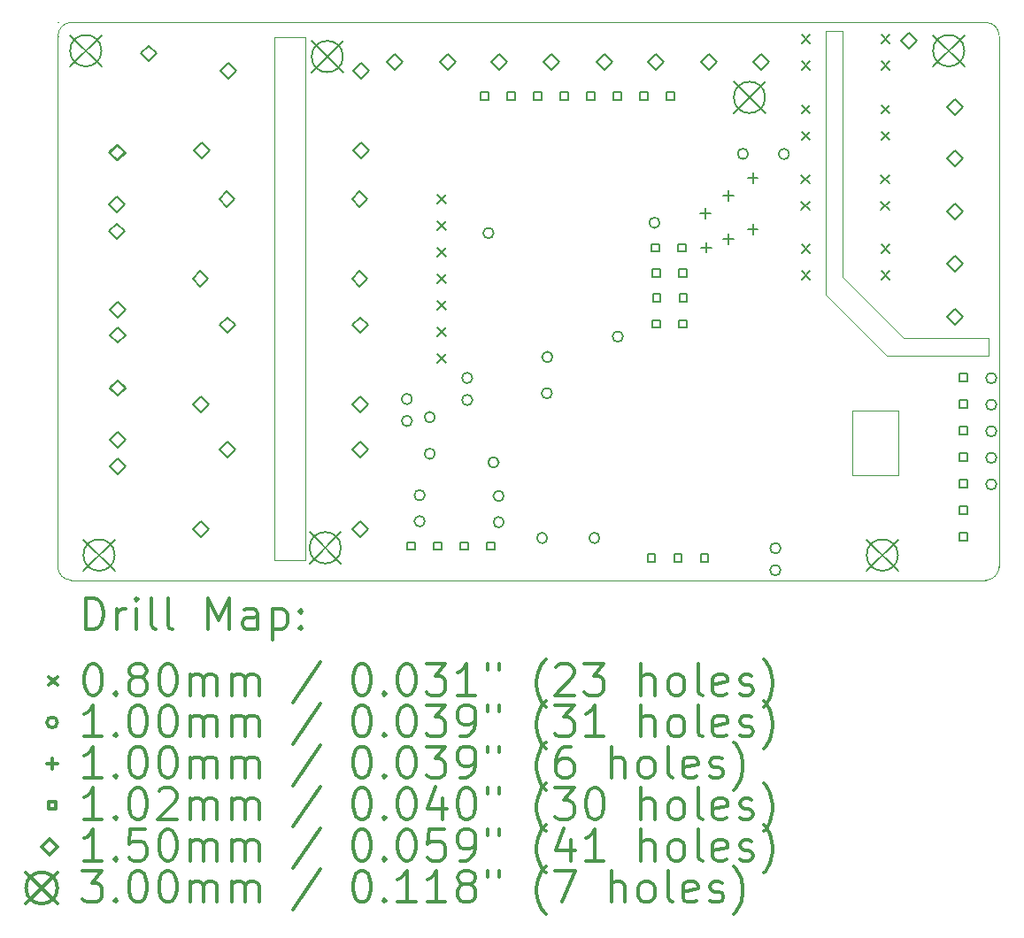
<source format=gbr>
%FSLAX45Y45*%
G04 Gerber Fmt 4.5, Leading zero omitted, Abs format (unit mm)*
G04 Created by KiCad (PCBNEW (after 2015-mar-04 BZR unknown)-product) date 4/3/2016 5:34:34 PM*
%MOMM*%
G01*
G04 APERTURE LIST*
%ADD10C,0.127000*%
%ADD11C,0.100000*%
%ADD12C,0.200000*%
%ADD13C,0.300000*%
G04 APERTURE END LIST*
D10*
D11*
X10322306Y-2887472D02*
X10323830Y-2887472D01*
X10322306Y-7961630D02*
X10322306Y-2887472D01*
X10449560Y-8089646D02*
X10449306Y-8089900D01*
X19197320Y-8089646D02*
X10449560Y-8089646D01*
X19325844Y-7962900D02*
X19328638Y-7962900D01*
X19325844Y-2882392D02*
X19325844Y-7962900D01*
X19199352Y-2752090D02*
X19199352Y-2754376D01*
X10454132Y-2752090D02*
X19199352Y-2752090D01*
X10322560Y-7962392D02*
G75*
G03X10449560Y-8089392I127000J0D01*
G01*
X19198336Y-8089900D02*
G75*
G03X19326860Y-7961376I0J128524D01*
G01*
X19326860Y-2880868D02*
G75*
G03X19198336Y-2753360I-128016J-508D01*
G01*
X10452100Y-2752344D02*
G75*
G03X10322560Y-2886964I2540J-132080D01*
G01*
X17922240Y-6464300D02*
X17922240Y-7086600D01*
X18361660Y-6464300D02*
X17922240Y-6464300D01*
X18361660Y-7086600D02*
X18361660Y-6464300D01*
X17924780Y-7086600D02*
X18361660Y-7086600D01*
X12394692Y-7895844D02*
X12396216Y-7895844D01*
X12394692Y-2897632D02*
X12394692Y-7895844D01*
X12693650Y-2897632D02*
X12394692Y-2897632D01*
X12693650Y-7895844D02*
X12693650Y-2897632D01*
X12394184Y-7895844D02*
X12693650Y-7895844D01*
X19223482Y-5936742D02*
X19223736Y-5936742D01*
X19223482Y-5943600D02*
X19223482Y-5936742D01*
X18253710Y-5943600D02*
X19223482Y-5943600D01*
X17666208Y-5356098D02*
X18253710Y-5943600D01*
X17666208Y-2832608D02*
X17666208Y-5356098D01*
X17827752Y-2832608D02*
X17666208Y-2832608D01*
X17827752Y-5192776D02*
X17827752Y-2832608D01*
X18412460Y-5777484D02*
X17827752Y-5192776D01*
X19223990Y-5777484D02*
X18412460Y-5777484D01*
X19223990Y-5933440D02*
X19223990Y-5777484D01*
X10325100Y-2753360D02*
X10322560Y-2753360D01*
D12*
X13952352Y-4403984D02*
X14032352Y-4483984D01*
X14032352Y-4403984D02*
X13952352Y-4483984D01*
X13952352Y-4657984D02*
X14032352Y-4737984D01*
X14032352Y-4657984D02*
X13952352Y-4737984D01*
X13952352Y-4911984D02*
X14032352Y-4991984D01*
X14032352Y-4911984D02*
X13952352Y-4991984D01*
X13952352Y-5165984D02*
X14032352Y-5245984D01*
X14032352Y-5165984D02*
X13952352Y-5245984D01*
X13952352Y-5419984D02*
X14032352Y-5499984D01*
X14032352Y-5419984D02*
X13952352Y-5499984D01*
X13952352Y-5673984D02*
X14032352Y-5753984D01*
X14032352Y-5673984D02*
X13952352Y-5753984D01*
X13952352Y-5927984D02*
X14032352Y-6007984D01*
X14032352Y-5927984D02*
X13952352Y-6007984D01*
X17434438Y-4215516D02*
X17514438Y-4295516D01*
X17514438Y-4215516D02*
X17434438Y-4295516D01*
X17434438Y-4469516D02*
X17514438Y-4549516D01*
X17514438Y-4469516D02*
X17434438Y-4549516D01*
X17436470Y-4879980D02*
X17516470Y-4959980D01*
X17516470Y-4879980D02*
X17436470Y-4959980D01*
X17436470Y-5133980D02*
X17516470Y-5213980D01*
X17516470Y-5133980D02*
X17436470Y-5213980D01*
X17440026Y-2871602D02*
X17520026Y-2951602D01*
X17520026Y-2871602D02*
X17440026Y-2951602D01*
X17440026Y-3125602D02*
X17520026Y-3205602D01*
X17520026Y-3125602D02*
X17440026Y-3205602D01*
X17440026Y-3544956D02*
X17520026Y-3624956D01*
X17520026Y-3544956D02*
X17440026Y-3624956D01*
X17440026Y-3798956D02*
X17520026Y-3878956D01*
X17520026Y-3798956D02*
X17440026Y-3878956D01*
X18196438Y-4215516D02*
X18276438Y-4295516D01*
X18276438Y-4215516D02*
X18196438Y-4295516D01*
X18196438Y-4469516D02*
X18276438Y-4549516D01*
X18276438Y-4469516D02*
X18196438Y-4549516D01*
X18198470Y-4879980D02*
X18278470Y-4959980D01*
X18278470Y-4879980D02*
X18198470Y-4959980D01*
X18198470Y-5133980D02*
X18278470Y-5213980D01*
X18278470Y-5133980D02*
X18198470Y-5213980D01*
X18202026Y-2871602D02*
X18282026Y-2951602D01*
X18282026Y-2871602D02*
X18202026Y-2951602D01*
X18202026Y-3125602D02*
X18282026Y-3205602D01*
X18282026Y-3125602D02*
X18202026Y-3205602D01*
X18202026Y-3544956D02*
X18282026Y-3624956D01*
X18282026Y-3544956D02*
X18202026Y-3624956D01*
X18202026Y-3798956D02*
X18282026Y-3878956D01*
X18282026Y-3798956D02*
X18202026Y-3878956D01*
X13711136Y-6356858D02*
G75*
G03X13711136Y-6356858I-50000J0D01*
G01*
X13711136Y-6566662D02*
G75*
G03X13711136Y-6566662I-50000J0D01*
G01*
X13833310Y-7277100D02*
G75*
G03X13833310Y-7277100I-50000J0D01*
G01*
X13833310Y-7527100D02*
G75*
G03X13833310Y-7527100I-50000J0D01*
G01*
X13930000Y-6530000D02*
G75*
G03X13930000Y-6530000I-50000J0D01*
G01*
X13930000Y-6880000D02*
G75*
G03X13930000Y-6880000I-50000J0D01*
G01*
X14288224Y-6155690D02*
G75*
G03X14288224Y-6155690I-50000J0D01*
G01*
X14288224Y-6365494D02*
G75*
G03X14288224Y-6365494I-50000J0D01*
G01*
X14491424Y-4768596D02*
G75*
G03X14491424Y-4768596I-50000J0D01*
G01*
X14538160Y-6963664D02*
G75*
G03X14538160Y-6963664I-50000J0D01*
G01*
X14540192Y-6963156D02*
G75*
G03X14540192Y-6963156I-50000J0D01*
G01*
X14588960Y-7284720D02*
G75*
G03X14588960Y-7284720I-50000J0D01*
G01*
X14588960Y-7534720D02*
G75*
G03X14588960Y-7534720I-50000J0D01*
G01*
X15005038Y-7686504D02*
G75*
G03X15005038Y-7686504I-50000J0D01*
G01*
X15049970Y-6301740D02*
G75*
G03X15049970Y-6301740I-50000J0D01*
G01*
X15050224Y-6301232D02*
G75*
G03X15050224Y-6301232I-50000J0D01*
G01*
X15054288Y-5955030D02*
G75*
G03X15054288Y-5955030I-50000J0D01*
G01*
X15055304Y-5954268D02*
G75*
G03X15055304Y-5954268I-50000J0D01*
G01*
X15505038Y-7686504D02*
G75*
G03X15505038Y-7686504I-50000J0D01*
G01*
X15728912Y-5759196D02*
G75*
G03X15728912Y-5759196I-50000J0D01*
G01*
X15728912Y-5759196D02*
G75*
G03X15728912Y-5759196I-50000J0D01*
G01*
X16080000Y-4670000D02*
G75*
G03X16080000Y-4670000I-50000J0D01*
G01*
X16925252Y-4010406D02*
G75*
G03X16925252Y-4010406I-50000J0D01*
G01*
X17236148Y-7784084D02*
G75*
G03X17236148Y-7784084I-50000J0D01*
G01*
X17236148Y-7993888D02*
G75*
G03X17236148Y-7993888I-50000J0D01*
G01*
X17318444Y-4012692D02*
G75*
G03X17318444Y-4012692I-50000J0D01*
G01*
X19301930Y-6156960D02*
G75*
G03X19301930Y-6156960I-50000J0D01*
G01*
X19301930Y-6410960D02*
G75*
G03X19301930Y-6410960I-50000J0D01*
G01*
X19301930Y-6664960D02*
G75*
G03X19301930Y-6664960I-50000J0D01*
G01*
X19301930Y-6918960D02*
G75*
G03X19301930Y-6918960I-50000J0D01*
G01*
X19301930Y-7172960D02*
G75*
G03X19301930Y-7172960I-50000J0D01*
G01*
X16520000Y-4527962D02*
X16520000Y-4628038D01*
X16469962Y-4578000D02*
X16570038Y-4578000D01*
X16522794Y-4856130D02*
X16522794Y-4956206D01*
X16472756Y-4906168D02*
X16572832Y-4906168D01*
X16739492Y-4777316D02*
X16739492Y-4877392D01*
X16689454Y-4827354D02*
X16789530Y-4827354D01*
X16740000Y-4357962D02*
X16740000Y-4458038D01*
X16689962Y-4408000D02*
X16790038Y-4408000D01*
X16970000Y-4187962D02*
X16970000Y-4288038D01*
X16919962Y-4238000D02*
X17020038Y-4238000D01*
X16970508Y-4683516D02*
X16970508Y-4783592D01*
X16920470Y-4733554D02*
X17020546Y-4733554D01*
X13735665Y-7800447D02*
X13735665Y-7728605D01*
X13663823Y-7728605D01*
X13663823Y-7800447D01*
X13735665Y-7800447D01*
X13989665Y-7800447D02*
X13989665Y-7728605D01*
X13917823Y-7728605D01*
X13917823Y-7800447D01*
X13989665Y-7800447D01*
X14243665Y-7800447D02*
X14243665Y-7728605D01*
X14171823Y-7728605D01*
X14171823Y-7800447D01*
X14243665Y-7800447D01*
X14440261Y-3492861D02*
X14440261Y-3421019D01*
X14368419Y-3421019D01*
X14368419Y-3492861D01*
X14440261Y-3492861D01*
X14497665Y-7800447D02*
X14497665Y-7728605D01*
X14425823Y-7728605D01*
X14425823Y-7800447D01*
X14497665Y-7800447D01*
X14694261Y-3492861D02*
X14694261Y-3421019D01*
X14622419Y-3421019D01*
X14622419Y-3492861D01*
X14694261Y-3492861D01*
X14948261Y-3492861D02*
X14948261Y-3421019D01*
X14876419Y-3421019D01*
X14876419Y-3492861D01*
X14948261Y-3492861D01*
X15202261Y-3492861D02*
X15202261Y-3421019D01*
X15130419Y-3421019D01*
X15130419Y-3492861D01*
X15202261Y-3492861D01*
X15456261Y-3492861D02*
X15456261Y-3421019D01*
X15384419Y-3421019D01*
X15384419Y-3492861D01*
X15456261Y-3492861D01*
X15710261Y-3492861D02*
X15710261Y-3421019D01*
X15638419Y-3421019D01*
X15638419Y-3492861D01*
X15710261Y-3492861D01*
X15964261Y-3492861D02*
X15964261Y-3421019D01*
X15892419Y-3421019D01*
X15892419Y-3492861D01*
X15964261Y-3492861D01*
X16037159Y-7912207D02*
X16037159Y-7840365D01*
X15965317Y-7840365D01*
X15965317Y-7912207D01*
X16037159Y-7912207D01*
X16075921Y-4945921D02*
X16075921Y-4874079D01*
X16004079Y-4874079D01*
X16004079Y-4945921D01*
X16075921Y-4945921D01*
X16081921Y-5185921D02*
X16081921Y-5114079D01*
X16010079Y-5114079D01*
X16010079Y-5185921D01*
X16081921Y-5185921D01*
X16081921Y-5675921D02*
X16081921Y-5604079D01*
X16010079Y-5604079D01*
X16010079Y-5675921D01*
X16081921Y-5675921D01*
X16085921Y-5425921D02*
X16085921Y-5354079D01*
X16014079Y-5354079D01*
X16014079Y-5425921D01*
X16085921Y-5425921D01*
X16218261Y-3492861D02*
X16218261Y-3421019D01*
X16146419Y-3421019D01*
X16146419Y-3492861D01*
X16218261Y-3492861D01*
X16291159Y-7912207D02*
X16291159Y-7840365D01*
X16219317Y-7840365D01*
X16219317Y-7912207D01*
X16291159Y-7912207D01*
X16329921Y-4945921D02*
X16329921Y-4874079D01*
X16258079Y-4874079D01*
X16258079Y-4945921D01*
X16329921Y-4945921D01*
X16335921Y-5185921D02*
X16335921Y-5114079D01*
X16264079Y-5114079D01*
X16264079Y-5185921D01*
X16335921Y-5185921D01*
X16335921Y-5675921D02*
X16335921Y-5604079D01*
X16264079Y-5604079D01*
X16264079Y-5675921D01*
X16335921Y-5675921D01*
X16339921Y-5425921D02*
X16339921Y-5354079D01*
X16268079Y-5354079D01*
X16268079Y-5425921D01*
X16339921Y-5425921D01*
X16545159Y-7912207D02*
X16545159Y-7840365D01*
X16473317Y-7840365D01*
X16473317Y-7912207D01*
X16545159Y-7912207D01*
X19020643Y-6186785D02*
X19020643Y-6114943D01*
X18948801Y-6114943D01*
X18948801Y-6186785D01*
X19020643Y-6186785D01*
X19020643Y-6440785D02*
X19020643Y-6368943D01*
X18948801Y-6368943D01*
X18948801Y-6440785D01*
X19020643Y-6440785D01*
X19020643Y-6694785D02*
X19020643Y-6622943D01*
X18948801Y-6622943D01*
X18948801Y-6694785D01*
X19020643Y-6694785D01*
X19020643Y-6948785D02*
X19020643Y-6876943D01*
X18948801Y-6876943D01*
X18948801Y-6948785D01*
X19020643Y-6948785D01*
X19020643Y-7202785D02*
X19020643Y-7130943D01*
X18948801Y-7130943D01*
X18948801Y-7202785D01*
X19020643Y-7202785D01*
X19020643Y-7456785D02*
X19020643Y-7384943D01*
X18948801Y-7384943D01*
X18948801Y-7456785D01*
X19020643Y-7456785D01*
X19020643Y-7710785D02*
X19020643Y-7638943D01*
X18948801Y-7638943D01*
X18948801Y-7710785D01*
X19020643Y-7710785D01*
X10886000Y-4073700D02*
X10961000Y-3998700D01*
X10886000Y-3923700D01*
X10811000Y-3998700D01*
X10886000Y-4073700D01*
X10886000Y-4569000D02*
X10961000Y-4494000D01*
X10886000Y-4419000D01*
X10811000Y-4494000D01*
X10886000Y-4569000D01*
X10888980Y-4827340D02*
X10963980Y-4752340D01*
X10888980Y-4677340D01*
X10813980Y-4752340D01*
X10888980Y-4827340D01*
X10896000Y-5819700D02*
X10971000Y-5744700D01*
X10896000Y-5669700D01*
X10821000Y-5744700D01*
X10896000Y-5819700D01*
X10896000Y-6327700D02*
X10971000Y-6252700D01*
X10896000Y-6177700D01*
X10821000Y-6252700D01*
X10896000Y-6327700D01*
X10896000Y-6823000D02*
X10971000Y-6748000D01*
X10896000Y-6673000D01*
X10821000Y-6748000D01*
X10896000Y-6823000D01*
X10896600Y-4075500D02*
X10971600Y-4000500D01*
X10896600Y-3925500D01*
X10821600Y-4000500D01*
X10896600Y-4075500D01*
X10896600Y-5576640D02*
X10971600Y-5501640D01*
X10896600Y-5426640D01*
X10821600Y-5501640D01*
X10896600Y-5576640D01*
X10896600Y-6325940D02*
X10971600Y-6250940D01*
X10896600Y-6175940D01*
X10821600Y-6250940D01*
X10896600Y-6325940D01*
X10896600Y-7077780D02*
X10971600Y-7002780D01*
X10896600Y-6927780D01*
X10821600Y-7002780D01*
X10896600Y-7077780D01*
X11193780Y-3125540D02*
X11268780Y-3050540D01*
X11193780Y-2975540D01*
X11118780Y-3050540D01*
X11193780Y-3125540D01*
X11686032Y-5279968D02*
X11761032Y-5204968D01*
X11686032Y-5129968D01*
X11611032Y-5204968D01*
X11686032Y-5279968D01*
X11691112Y-6484436D02*
X11766112Y-6409436D01*
X11691112Y-6334436D01*
X11616112Y-6409436D01*
X11691112Y-6484436D01*
X11691112Y-7674680D02*
X11766112Y-7599680D01*
X11691112Y-7524680D01*
X11616112Y-7599680D01*
X11691112Y-7674680D01*
X11696700Y-4053656D02*
X11771700Y-3978656D01*
X11696700Y-3903656D01*
X11621700Y-3978656D01*
X11696700Y-4053656D01*
X11940032Y-4520000D02*
X12015032Y-4445000D01*
X11940032Y-4370000D01*
X11865032Y-4445000D01*
X11940032Y-4520000D01*
X11945112Y-5724468D02*
X12020112Y-5649468D01*
X11945112Y-5574468D01*
X11870112Y-5649468D01*
X11945112Y-5724468D01*
X11945112Y-6914712D02*
X12020112Y-6839712D01*
X11945112Y-6764712D01*
X11870112Y-6839712D01*
X11945112Y-6914712D01*
X11950700Y-3293688D02*
X12025700Y-3218688D01*
X11950700Y-3143688D01*
X11875700Y-3218688D01*
X11950700Y-3293688D01*
X13210286Y-5279714D02*
X13285286Y-5204714D01*
X13210286Y-5129714D01*
X13135286Y-5204714D01*
X13210286Y-5279714D01*
X13210506Y-4520028D02*
X13285506Y-4445028D01*
X13210506Y-4370028D01*
X13135506Y-4445028D01*
X13210506Y-4520028D01*
X13215366Y-6484182D02*
X13290366Y-6409182D01*
X13215366Y-6334182D01*
X13140366Y-6409182D01*
X13215366Y-6484182D01*
X13215366Y-7674426D02*
X13290366Y-7599426D01*
X13215366Y-7524426D01*
X13140366Y-7599426D01*
X13215366Y-7674426D01*
X13215586Y-5724496D02*
X13290586Y-5649496D01*
X13215586Y-5574496D01*
X13140586Y-5649496D01*
X13215586Y-5724496D01*
X13215586Y-6914740D02*
X13290586Y-6839740D01*
X13215586Y-6764740D01*
X13140586Y-6839740D01*
X13215586Y-6914740D01*
X13220954Y-4053402D02*
X13295954Y-3978402D01*
X13220954Y-3903402D01*
X13145954Y-3978402D01*
X13220954Y-4053402D01*
X13221174Y-3293716D02*
X13296174Y-3218716D01*
X13221174Y-3143716D01*
X13146174Y-3218716D01*
X13221174Y-3293716D01*
X13542800Y-3209000D02*
X13617800Y-3134000D01*
X13542800Y-3059000D01*
X13467800Y-3134000D01*
X13542800Y-3209000D01*
X14050800Y-3209000D02*
X14125800Y-3134000D01*
X14050800Y-3059000D01*
X13975800Y-3134000D01*
X14050800Y-3209000D01*
X14546100Y-3209000D02*
X14621100Y-3134000D01*
X14546100Y-3059000D01*
X14471100Y-3134000D01*
X14546100Y-3209000D01*
X15041400Y-3209000D02*
X15116400Y-3134000D01*
X15041400Y-3059000D01*
X14966400Y-3134000D01*
X15041400Y-3209000D01*
X15549400Y-3209000D02*
X15624400Y-3134000D01*
X15549400Y-3059000D01*
X15474400Y-3134000D01*
X15549400Y-3209000D01*
X16044700Y-3209000D02*
X16119700Y-3134000D01*
X16044700Y-3059000D01*
X15969700Y-3134000D01*
X16044700Y-3209000D01*
X16552700Y-3209000D02*
X16627700Y-3134000D01*
X16552700Y-3059000D01*
X16477700Y-3134000D01*
X16552700Y-3209000D01*
X17048000Y-3209000D02*
X17123000Y-3134000D01*
X17048000Y-3059000D01*
X16973000Y-3134000D01*
X17048000Y-3209000D01*
X18464784Y-3001080D02*
X18539784Y-2926080D01*
X18464784Y-2851080D01*
X18389784Y-2926080D01*
X18464784Y-3001080D01*
X18905220Y-3637350D02*
X18980220Y-3562350D01*
X18905220Y-3487350D01*
X18830220Y-3562350D01*
X18905220Y-3637350D01*
X18905220Y-4132650D02*
X18980220Y-4057650D01*
X18905220Y-3982650D01*
X18830220Y-4057650D01*
X18905220Y-4132650D01*
X18905220Y-4640650D02*
X18980220Y-4565650D01*
X18905220Y-4490650D01*
X18830220Y-4565650D01*
X18905220Y-4640650D01*
X18905220Y-5135950D02*
X18980220Y-5060950D01*
X18905220Y-4985950D01*
X18830220Y-5060950D01*
X18905220Y-5135950D01*
X18905220Y-5643950D02*
X18980220Y-5568950D01*
X18905220Y-5493950D01*
X18830220Y-5568950D01*
X18905220Y-5643950D01*
X10439260Y-2873870D02*
X10739260Y-3173870D01*
X10739260Y-2873870D02*
X10439260Y-3173870D01*
X10739260Y-3023870D02*
G75*
G03X10739260Y-3023870I-150000J0D01*
G01*
X10566260Y-7699870D02*
X10866260Y-7999870D01*
X10866260Y-7699870D02*
X10566260Y-7999870D01*
X10866260Y-7849870D02*
G75*
G03X10866260Y-7849870I-150000J0D01*
G01*
X12730000Y-7630000D02*
X13030000Y-7930000D01*
X13030000Y-7630000D02*
X12730000Y-7930000D01*
X13030000Y-7780000D02*
G75*
G03X13030000Y-7780000I-150000J0D01*
G01*
X12750000Y-2930000D02*
X13050000Y-3230000D01*
X13050000Y-2930000D02*
X12750000Y-3230000D01*
X13050000Y-3080000D02*
G75*
G03X13050000Y-3080000I-150000J0D01*
G01*
X16788752Y-3320656D02*
X17088752Y-3620656D01*
X17088752Y-3320656D02*
X16788752Y-3620656D01*
X17088752Y-3470656D02*
G75*
G03X17088752Y-3470656I-150000J0D01*
G01*
X18059260Y-7699870D02*
X18359260Y-7999870D01*
X18359260Y-7699870D02*
X18059260Y-7999870D01*
X18359260Y-7849870D02*
G75*
G03X18359260Y-7849870I-150000J0D01*
G01*
X18694260Y-2873870D02*
X18994260Y-3173870D01*
X18994260Y-2873870D02*
X18694260Y-3173870D01*
X18994260Y-3023870D02*
G75*
G03X18994260Y-3023870I-150000J0D01*
G01*
D13*
X10588735Y-8560614D02*
X10588735Y-8260614D01*
X10660163Y-8260614D01*
X10703020Y-8274900D01*
X10731592Y-8303471D01*
X10745877Y-8332043D01*
X10760163Y-8389186D01*
X10760163Y-8432043D01*
X10745877Y-8489186D01*
X10731592Y-8517757D01*
X10703020Y-8546329D01*
X10660163Y-8560614D01*
X10588735Y-8560614D01*
X10888735Y-8560614D02*
X10888735Y-8360614D01*
X10888735Y-8417757D02*
X10903020Y-8389186D01*
X10917306Y-8374900D01*
X10945877Y-8360614D01*
X10974449Y-8360614D01*
X11074449Y-8560614D02*
X11074449Y-8360614D01*
X11074449Y-8260614D02*
X11060163Y-8274900D01*
X11074449Y-8289186D01*
X11088735Y-8274900D01*
X11074449Y-8260614D01*
X11074449Y-8289186D01*
X11260163Y-8560614D02*
X11231592Y-8546329D01*
X11217306Y-8517757D01*
X11217306Y-8260614D01*
X11417306Y-8560614D02*
X11388734Y-8546329D01*
X11374449Y-8517757D01*
X11374449Y-8260614D01*
X11760163Y-8560614D02*
X11760163Y-8260614D01*
X11860163Y-8474900D01*
X11960163Y-8260614D01*
X11960163Y-8560614D01*
X12231592Y-8560614D02*
X12231592Y-8403472D01*
X12217306Y-8374900D01*
X12188734Y-8360614D01*
X12131592Y-8360614D01*
X12103020Y-8374900D01*
X12231592Y-8546329D02*
X12203020Y-8560614D01*
X12131592Y-8560614D01*
X12103020Y-8546329D01*
X12088734Y-8517757D01*
X12088734Y-8489186D01*
X12103020Y-8460614D01*
X12131592Y-8446329D01*
X12203020Y-8446329D01*
X12231592Y-8432043D01*
X12374449Y-8360614D02*
X12374449Y-8660614D01*
X12374449Y-8374900D02*
X12403020Y-8360614D01*
X12460163Y-8360614D01*
X12488734Y-8374900D01*
X12503020Y-8389186D01*
X12517306Y-8417757D01*
X12517306Y-8503472D01*
X12503020Y-8532043D01*
X12488734Y-8546329D01*
X12460163Y-8560614D01*
X12403020Y-8560614D01*
X12374449Y-8546329D01*
X12645877Y-8532043D02*
X12660163Y-8546329D01*
X12645877Y-8560614D01*
X12631592Y-8546329D01*
X12645877Y-8532043D01*
X12645877Y-8560614D01*
X12645877Y-8374900D02*
X12660163Y-8389186D01*
X12645877Y-8403472D01*
X12631592Y-8389186D01*
X12645877Y-8374900D01*
X12645877Y-8403472D01*
X10237306Y-9014900D02*
X10317306Y-9094900D01*
X10317306Y-9014900D02*
X10237306Y-9094900D01*
X10645877Y-8890614D02*
X10674449Y-8890614D01*
X10703020Y-8904900D01*
X10717306Y-8919186D01*
X10731592Y-8947757D01*
X10745877Y-9004900D01*
X10745877Y-9076329D01*
X10731592Y-9133472D01*
X10717306Y-9162043D01*
X10703020Y-9176329D01*
X10674449Y-9190614D01*
X10645877Y-9190614D01*
X10617306Y-9176329D01*
X10603020Y-9162043D01*
X10588735Y-9133472D01*
X10574449Y-9076329D01*
X10574449Y-9004900D01*
X10588735Y-8947757D01*
X10603020Y-8919186D01*
X10617306Y-8904900D01*
X10645877Y-8890614D01*
X10874449Y-9162043D02*
X10888735Y-9176329D01*
X10874449Y-9190614D01*
X10860163Y-9176329D01*
X10874449Y-9162043D01*
X10874449Y-9190614D01*
X11060163Y-9019186D02*
X11031592Y-9004900D01*
X11017306Y-8990614D01*
X11003020Y-8962043D01*
X11003020Y-8947757D01*
X11017306Y-8919186D01*
X11031592Y-8904900D01*
X11060163Y-8890614D01*
X11117306Y-8890614D01*
X11145877Y-8904900D01*
X11160163Y-8919186D01*
X11174449Y-8947757D01*
X11174449Y-8962043D01*
X11160163Y-8990614D01*
X11145877Y-9004900D01*
X11117306Y-9019186D01*
X11060163Y-9019186D01*
X11031592Y-9033472D01*
X11017306Y-9047757D01*
X11003020Y-9076329D01*
X11003020Y-9133472D01*
X11017306Y-9162043D01*
X11031592Y-9176329D01*
X11060163Y-9190614D01*
X11117306Y-9190614D01*
X11145877Y-9176329D01*
X11160163Y-9162043D01*
X11174449Y-9133472D01*
X11174449Y-9076329D01*
X11160163Y-9047757D01*
X11145877Y-9033472D01*
X11117306Y-9019186D01*
X11360163Y-8890614D02*
X11388734Y-8890614D01*
X11417306Y-8904900D01*
X11431592Y-8919186D01*
X11445877Y-8947757D01*
X11460163Y-9004900D01*
X11460163Y-9076329D01*
X11445877Y-9133472D01*
X11431592Y-9162043D01*
X11417306Y-9176329D01*
X11388734Y-9190614D01*
X11360163Y-9190614D01*
X11331592Y-9176329D01*
X11317306Y-9162043D01*
X11303020Y-9133472D01*
X11288734Y-9076329D01*
X11288734Y-9004900D01*
X11303020Y-8947757D01*
X11317306Y-8919186D01*
X11331592Y-8904900D01*
X11360163Y-8890614D01*
X11588734Y-9190614D02*
X11588734Y-8990614D01*
X11588734Y-9019186D02*
X11603020Y-9004900D01*
X11631592Y-8990614D01*
X11674449Y-8990614D01*
X11703020Y-9004900D01*
X11717306Y-9033472D01*
X11717306Y-9190614D01*
X11717306Y-9033472D02*
X11731592Y-9004900D01*
X11760163Y-8990614D01*
X11803020Y-8990614D01*
X11831592Y-9004900D01*
X11845877Y-9033472D01*
X11845877Y-9190614D01*
X11988734Y-9190614D02*
X11988734Y-8990614D01*
X11988734Y-9019186D02*
X12003020Y-9004900D01*
X12031592Y-8990614D01*
X12074449Y-8990614D01*
X12103020Y-9004900D01*
X12117306Y-9033472D01*
X12117306Y-9190614D01*
X12117306Y-9033472D02*
X12131592Y-9004900D01*
X12160163Y-8990614D01*
X12203020Y-8990614D01*
X12231592Y-9004900D01*
X12245877Y-9033472D01*
X12245877Y-9190614D01*
X12831592Y-8876329D02*
X12574449Y-9262043D01*
X13217306Y-8890614D02*
X13245877Y-8890614D01*
X13274449Y-8904900D01*
X13288734Y-8919186D01*
X13303020Y-8947757D01*
X13317306Y-9004900D01*
X13317306Y-9076329D01*
X13303020Y-9133472D01*
X13288734Y-9162043D01*
X13274449Y-9176329D01*
X13245877Y-9190614D01*
X13217306Y-9190614D01*
X13188734Y-9176329D01*
X13174449Y-9162043D01*
X13160163Y-9133472D01*
X13145877Y-9076329D01*
X13145877Y-9004900D01*
X13160163Y-8947757D01*
X13174449Y-8919186D01*
X13188734Y-8904900D01*
X13217306Y-8890614D01*
X13445877Y-9162043D02*
X13460163Y-9176329D01*
X13445877Y-9190614D01*
X13431592Y-9176329D01*
X13445877Y-9162043D01*
X13445877Y-9190614D01*
X13645877Y-8890614D02*
X13674449Y-8890614D01*
X13703020Y-8904900D01*
X13717306Y-8919186D01*
X13731591Y-8947757D01*
X13745877Y-9004900D01*
X13745877Y-9076329D01*
X13731591Y-9133472D01*
X13717306Y-9162043D01*
X13703020Y-9176329D01*
X13674449Y-9190614D01*
X13645877Y-9190614D01*
X13617306Y-9176329D01*
X13603020Y-9162043D01*
X13588734Y-9133472D01*
X13574449Y-9076329D01*
X13574449Y-9004900D01*
X13588734Y-8947757D01*
X13603020Y-8919186D01*
X13617306Y-8904900D01*
X13645877Y-8890614D01*
X13845877Y-8890614D02*
X14031591Y-8890614D01*
X13931591Y-9004900D01*
X13974449Y-9004900D01*
X14003020Y-9019186D01*
X14017306Y-9033472D01*
X14031591Y-9062043D01*
X14031591Y-9133472D01*
X14017306Y-9162043D01*
X14003020Y-9176329D01*
X13974449Y-9190614D01*
X13888734Y-9190614D01*
X13860163Y-9176329D01*
X13845877Y-9162043D01*
X14317306Y-9190614D02*
X14145877Y-9190614D01*
X14231591Y-9190614D02*
X14231591Y-8890614D01*
X14203020Y-8933472D01*
X14174449Y-8962043D01*
X14145877Y-8976329D01*
X14431592Y-8890614D02*
X14431592Y-8947757D01*
X14545877Y-8890614D02*
X14545877Y-8947757D01*
X14988734Y-9304900D02*
X14974449Y-9290614D01*
X14945877Y-9247757D01*
X14931591Y-9219186D01*
X14917306Y-9176329D01*
X14903020Y-9104900D01*
X14903020Y-9047757D01*
X14917306Y-8976329D01*
X14931591Y-8933472D01*
X14945877Y-8904900D01*
X14974449Y-8862043D01*
X14988734Y-8847757D01*
X15088734Y-8919186D02*
X15103020Y-8904900D01*
X15131591Y-8890614D01*
X15203020Y-8890614D01*
X15231591Y-8904900D01*
X15245877Y-8919186D01*
X15260163Y-8947757D01*
X15260163Y-8976329D01*
X15245877Y-9019186D01*
X15074449Y-9190614D01*
X15260163Y-9190614D01*
X15360163Y-8890614D02*
X15545877Y-8890614D01*
X15445877Y-9004900D01*
X15488734Y-9004900D01*
X15517306Y-9019186D01*
X15531591Y-9033472D01*
X15545877Y-9062043D01*
X15545877Y-9133472D01*
X15531591Y-9162043D01*
X15517306Y-9176329D01*
X15488734Y-9190614D01*
X15403020Y-9190614D01*
X15374449Y-9176329D01*
X15360163Y-9162043D01*
X15903020Y-9190614D02*
X15903020Y-8890614D01*
X16031591Y-9190614D02*
X16031591Y-9033472D01*
X16017306Y-9004900D01*
X15988734Y-8990614D01*
X15945877Y-8990614D01*
X15917306Y-9004900D01*
X15903020Y-9019186D01*
X16217306Y-9190614D02*
X16188734Y-9176329D01*
X16174449Y-9162043D01*
X16160163Y-9133472D01*
X16160163Y-9047757D01*
X16174449Y-9019186D01*
X16188734Y-9004900D01*
X16217306Y-8990614D01*
X16260163Y-8990614D01*
X16288734Y-9004900D01*
X16303020Y-9019186D01*
X16317306Y-9047757D01*
X16317306Y-9133472D01*
X16303020Y-9162043D01*
X16288734Y-9176329D01*
X16260163Y-9190614D01*
X16217306Y-9190614D01*
X16488734Y-9190614D02*
X16460163Y-9176329D01*
X16445877Y-9147757D01*
X16445877Y-8890614D01*
X16717306Y-9176329D02*
X16688734Y-9190614D01*
X16631592Y-9190614D01*
X16603020Y-9176329D01*
X16588734Y-9147757D01*
X16588734Y-9033472D01*
X16603020Y-9004900D01*
X16631592Y-8990614D01*
X16688734Y-8990614D01*
X16717306Y-9004900D01*
X16731592Y-9033472D01*
X16731592Y-9062043D01*
X16588734Y-9090614D01*
X16845877Y-9176329D02*
X16874449Y-9190614D01*
X16931592Y-9190614D01*
X16960163Y-9176329D01*
X16974449Y-9147757D01*
X16974449Y-9133472D01*
X16960163Y-9104900D01*
X16931592Y-9090614D01*
X16888735Y-9090614D01*
X16860163Y-9076329D01*
X16845877Y-9047757D01*
X16845877Y-9033472D01*
X16860163Y-9004900D01*
X16888735Y-8990614D01*
X16931592Y-8990614D01*
X16960163Y-9004900D01*
X17074449Y-9304900D02*
X17088735Y-9290614D01*
X17117306Y-9247757D01*
X17131592Y-9219186D01*
X17145877Y-9176329D01*
X17160163Y-9104900D01*
X17160163Y-9047757D01*
X17145877Y-8976329D01*
X17131592Y-8933472D01*
X17117306Y-8904900D01*
X17088735Y-8862043D01*
X17074449Y-8847757D01*
X10317306Y-9450900D02*
G75*
G03X10317306Y-9450900I-50000J0D01*
G01*
X10745877Y-9586614D02*
X10574449Y-9586614D01*
X10660163Y-9586614D02*
X10660163Y-9286614D01*
X10631592Y-9329472D01*
X10603020Y-9358043D01*
X10574449Y-9372329D01*
X10874449Y-9558043D02*
X10888735Y-9572329D01*
X10874449Y-9586614D01*
X10860163Y-9572329D01*
X10874449Y-9558043D01*
X10874449Y-9586614D01*
X11074449Y-9286614D02*
X11103020Y-9286614D01*
X11131592Y-9300900D01*
X11145877Y-9315186D01*
X11160163Y-9343757D01*
X11174449Y-9400900D01*
X11174449Y-9472329D01*
X11160163Y-9529472D01*
X11145877Y-9558043D01*
X11131592Y-9572329D01*
X11103020Y-9586614D01*
X11074449Y-9586614D01*
X11045877Y-9572329D01*
X11031592Y-9558043D01*
X11017306Y-9529472D01*
X11003020Y-9472329D01*
X11003020Y-9400900D01*
X11017306Y-9343757D01*
X11031592Y-9315186D01*
X11045877Y-9300900D01*
X11074449Y-9286614D01*
X11360163Y-9286614D02*
X11388734Y-9286614D01*
X11417306Y-9300900D01*
X11431592Y-9315186D01*
X11445877Y-9343757D01*
X11460163Y-9400900D01*
X11460163Y-9472329D01*
X11445877Y-9529472D01*
X11431592Y-9558043D01*
X11417306Y-9572329D01*
X11388734Y-9586614D01*
X11360163Y-9586614D01*
X11331592Y-9572329D01*
X11317306Y-9558043D01*
X11303020Y-9529472D01*
X11288734Y-9472329D01*
X11288734Y-9400900D01*
X11303020Y-9343757D01*
X11317306Y-9315186D01*
X11331592Y-9300900D01*
X11360163Y-9286614D01*
X11588734Y-9586614D02*
X11588734Y-9386614D01*
X11588734Y-9415186D02*
X11603020Y-9400900D01*
X11631592Y-9386614D01*
X11674449Y-9386614D01*
X11703020Y-9400900D01*
X11717306Y-9429472D01*
X11717306Y-9586614D01*
X11717306Y-9429472D02*
X11731592Y-9400900D01*
X11760163Y-9386614D01*
X11803020Y-9386614D01*
X11831592Y-9400900D01*
X11845877Y-9429472D01*
X11845877Y-9586614D01*
X11988734Y-9586614D02*
X11988734Y-9386614D01*
X11988734Y-9415186D02*
X12003020Y-9400900D01*
X12031592Y-9386614D01*
X12074449Y-9386614D01*
X12103020Y-9400900D01*
X12117306Y-9429472D01*
X12117306Y-9586614D01*
X12117306Y-9429472D02*
X12131592Y-9400900D01*
X12160163Y-9386614D01*
X12203020Y-9386614D01*
X12231592Y-9400900D01*
X12245877Y-9429472D01*
X12245877Y-9586614D01*
X12831592Y-9272329D02*
X12574449Y-9658043D01*
X13217306Y-9286614D02*
X13245877Y-9286614D01*
X13274449Y-9300900D01*
X13288734Y-9315186D01*
X13303020Y-9343757D01*
X13317306Y-9400900D01*
X13317306Y-9472329D01*
X13303020Y-9529472D01*
X13288734Y-9558043D01*
X13274449Y-9572329D01*
X13245877Y-9586614D01*
X13217306Y-9586614D01*
X13188734Y-9572329D01*
X13174449Y-9558043D01*
X13160163Y-9529472D01*
X13145877Y-9472329D01*
X13145877Y-9400900D01*
X13160163Y-9343757D01*
X13174449Y-9315186D01*
X13188734Y-9300900D01*
X13217306Y-9286614D01*
X13445877Y-9558043D02*
X13460163Y-9572329D01*
X13445877Y-9586614D01*
X13431592Y-9572329D01*
X13445877Y-9558043D01*
X13445877Y-9586614D01*
X13645877Y-9286614D02*
X13674449Y-9286614D01*
X13703020Y-9300900D01*
X13717306Y-9315186D01*
X13731591Y-9343757D01*
X13745877Y-9400900D01*
X13745877Y-9472329D01*
X13731591Y-9529472D01*
X13717306Y-9558043D01*
X13703020Y-9572329D01*
X13674449Y-9586614D01*
X13645877Y-9586614D01*
X13617306Y-9572329D01*
X13603020Y-9558043D01*
X13588734Y-9529472D01*
X13574449Y-9472329D01*
X13574449Y-9400900D01*
X13588734Y-9343757D01*
X13603020Y-9315186D01*
X13617306Y-9300900D01*
X13645877Y-9286614D01*
X13845877Y-9286614D02*
X14031591Y-9286614D01*
X13931591Y-9400900D01*
X13974449Y-9400900D01*
X14003020Y-9415186D01*
X14017306Y-9429472D01*
X14031591Y-9458043D01*
X14031591Y-9529472D01*
X14017306Y-9558043D01*
X14003020Y-9572329D01*
X13974449Y-9586614D01*
X13888734Y-9586614D01*
X13860163Y-9572329D01*
X13845877Y-9558043D01*
X14174449Y-9586614D02*
X14231591Y-9586614D01*
X14260163Y-9572329D01*
X14274449Y-9558043D01*
X14303020Y-9515186D01*
X14317306Y-9458043D01*
X14317306Y-9343757D01*
X14303020Y-9315186D01*
X14288734Y-9300900D01*
X14260163Y-9286614D01*
X14203020Y-9286614D01*
X14174449Y-9300900D01*
X14160163Y-9315186D01*
X14145877Y-9343757D01*
X14145877Y-9415186D01*
X14160163Y-9443757D01*
X14174449Y-9458043D01*
X14203020Y-9472329D01*
X14260163Y-9472329D01*
X14288734Y-9458043D01*
X14303020Y-9443757D01*
X14317306Y-9415186D01*
X14431592Y-9286614D02*
X14431592Y-9343757D01*
X14545877Y-9286614D02*
X14545877Y-9343757D01*
X14988734Y-9700900D02*
X14974449Y-9686614D01*
X14945877Y-9643757D01*
X14931591Y-9615186D01*
X14917306Y-9572329D01*
X14903020Y-9500900D01*
X14903020Y-9443757D01*
X14917306Y-9372329D01*
X14931591Y-9329472D01*
X14945877Y-9300900D01*
X14974449Y-9258043D01*
X14988734Y-9243757D01*
X15074449Y-9286614D02*
X15260163Y-9286614D01*
X15160163Y-9400900D01*
X15203020Y-9400900D01*
X15231591Y-9415186D01*
X15245877Y-9429472D01*
X15260163Y-9458043D01*
X15260163Y-9529472D01*
X15245877Y-9558043D01*
X15231591Y-9572329D01*
X15203020Y-9586614D01*
X15117306Y-9586614D01*
X15088734Y-9572329D01*
X15074449Y-9558043D01*
X15545877Y-9586614D02*
X15374449Y-9586614D01*
X15460163Y-9586614D02*
X15460163Y-9286614D01*
X15431591Y-9329472D01*
X15403020Y-9358043D01*
X15374449Y-9372329D01*
X15903020Y-9586614D02*
X15903020Y-9286614D01*
X16031591Y-9586614D02*
X16031591Y-9429472D01*
X16017306Y-9400900D01*
X15988734Y-9386614D01*
X15945877Y-9386614D01*
X15917306Y-9400900D01*
X15903020Y-9415186D01*
X16217306Y-9586614D02*
X16188734Y-9572329D01*
X16174449Y-9558043D01*
X16160163Y-9529472D01*
X16160163Y-9443757D01*
X16174449Y-9415186D01*
X16188734Y-9400900D01*
X16217306Y-9386614D01*
X16260163Y-9386614D01*
X16288734Y-9400900D01*
X16303020Y-9415186D01*
X16317306Y-9443757D01*
X16317306Y-9529472D01*
X16303020Y-9558043D01*
X16288734Y-9572329D01*
X16260163Y-9586614D01*
X16217306Y-9586614D01*
X16488734Y-9586614D02*
X16460163Y-9572329D01*
X16445877Y-9543757D01*
X16445877Y-9286614D01*
X16717306Y-9572329D02*
X16688734Y-9586614D01*
X16631592Y-9586614D01*
X16603020Y-9572329D01*
X16588734Y-9543757D01*
X16588734Y-9429472D01*
X16603020Y-9400900D01*
X16631592Y-9386614D01*
X16688734Y-9386614D01*
X16717306Y-9400900D01*
X16731592Y-9429472D01*
X16731592Y-9458043D01*
X16588734Y-9486614D01*
X16845877Y-9572329D02*
X16874449Y-9586614D01*
X16931592Y-9586614D01*
X16960163Y-9572329D01*
X16974449Y-9543757D01*
X16974449Y-9529472D01*
X16960163Y-9500900D01*
X16931592Y-9486614D01*
X16888735Y-9486614D01*
X16860163Y-9472329D01*
X16845877Y-9443757D01*
X16845877Y-9429472D01*
X16860163Y-9400900D01*
X16888735Y-9386614D01*
X16931592Y-9386614D01*
X16960163Y-9400900D01*
X17074449Y-9700900D02*
X17088735Y-9686614D01*
X17117306Y-9643757D01*
X17131592Y-9615186D01*
X17145877Y-9572329D01*
X17160163Y-9500900D01*
X17160163Y-9443757D01*
X17145877Y-9372329D01*
X17131592Y-9329472D01*
X17117306Y-9300900D01*
X17088735Y-9258043D01*
X17074449Y-9243757D01*
X10267268Y-9796862D02*
X10267268Y-9896938D01*
X10217230Y-9846900D02*
X10317306Y-9846900D01*
X10745877Y-9982614D02*
X10574449Y-9982614D01*
X10660163Y-9982614D02*
X10660163Y-9682614D01*
X10631592Y-9725472D01*
X10603020Y-9754043D01*
X10574449Y-9768329D01*
X10874449Y-9954043D02*
X10888735Y-9968329D01*
X10874449Y-9982614D01*
X10860163Y-9968329D01*
X10874449Y-9954043D01*
X10874449Y-9982614D01*
X11074449Y-9682614D02*
X11103020Y-9682614D01*
X11131592Y-9696900D01*
X11145877Y-9711186D01*
X11160163Y-9739757D01*
X11174449Y-9796900D01*
X11174449Y-9868329D01*
X11160163Y-9925472D01*
X11145877Y-9954043D01*
X11131592Y-9968329D01*
X11103020Y-9982614D01*
X11074449Y-9982614D01*
X11045877Y-9968329D01*
X11031592Y-9954043D01*
X11017306Y-9925472D01*
X11003020Y-9868329D01*
X11003020Y-9796900D01*
X11017306Y-9739757D01*
X11031592Y-9711186D01*
X11045877Y-9696900D01*
X11074449Y-9682614D01*
X11360163Y-9682614D02*
X11388734Y-9682614D01*
X11417306Y-9696900D01*
X11431592Y-9711186D01*
X11445877Y-9739757D01*
X11460163Y-9796900D01*
X11460163Y-9868329D01*
X11445877Y-9925472D01*
X11431592Y-9954043D01*
X11417306Y-9968329D01*
X11388734Y-9982614D01*
X11360163Y-9982614D01*
X11331592Y-9968329D01*
X11317306Y-9954043D01*
X11303020Y-9925472D01*
X11288734Y-9868329D01*
X11288734Y-9796900D01*
X11303020Y-9739757D01*
X11317306Y-9711186D01*
X11331592Y-9696900D01*
X11360163Y-9682614D01*
X11588734Y-9982614D02*
X11588734Y-9782614D01*
X11588734Y-9811186D02*
X11603020Y-9796900D01*
X11631592Y-9782614D01*
X11674449Y-9782614D01*
X11703020Y-9796900D01*
X11717306Y-9825472D01*
X11717306Y-9982614D01*
X11717306Y-9825472D02*
X11731592Y-9796900D01*
X11760163Y-9782614D01*
X11803020Y-9782614D01*
X11831592Y-9796900D01*
X11845877Y-9825472D01*
X11845877Y-9982614D01*
X11988734Y-9982614D02*
X11988734Y-9782614D01*
X11988734Y-9811186D02*
X12003020Y-9796900D01*
X12031592Y-9782614D01*
X12074449Y-9782614D01*
X12103020Y-9796900D01*
X12117306Y-9825472D01*
X12117306Y-9982614D01*
X12117306Y-9825472D02*
X12131592Y-9796900D01*
X12160163Y-9782614D01*
X12203020Y-9782614D01*
X12231592Y-9796900D01*
X12245877Y-9825472D01*
X12245877Y-9982614D01*
X12831592Y-9668329D02*
X12574449Y-10054043D01*
X13217306Y-9682614D02*
X13245877Y-9682614D01*
X13274449Y-9696900D01*
X13288734Y-9711186D01*
X13303020Y-9739757D01*
X13317306Y-9796900D01*
X13317306Y-9868329D01*
X13303020Y-9925472D01*
X13288734Y-9954043D01*
X13274449Y-9968329D01*
X13245877Y-9982614D01*
X13217306Y-9982614D01*
X13188734Y-9968329D01*
X13174449Y-9954043D01*
X13160163Y-9925472D01*
X13145877Y-9868329D01*
X13145877Y-9796900D01*
X13160163Y-9739757D01*
X13174449Y-9711186D01*
X13188734Y-9696900D01*
X13217306Y-9682614D01*
X13445877Y-9954043D02*
X13460163Y-9968329D01*
X13445877Y-9982614D01*
X13431592Y-9968329D01*
X13445877Y-9954043D01*
X13445877Y-9982614D01*
X13645877Y-9682614D02*
X13674449Y-9682614D01*
X13703020Y-9696900D01*
X13717306Y-9711186D01*
X13731591Y-9739757D01*
X13745877Y-9796900D01*
X13745877Y-9868329D01*
X13731591Y-9925472D01*
X13717306Y-9954043D01*
X13703020Y-9968329D01*
X13674449Y-9982614D01*
X13645877Y-9982614D01*
X13617306Y-9968329D01*
X13603020Y-9954043D01*
X13588734Y-9925472D01*
X13574449Y-9868329D01*
X13574449Y-9796900D01*
X13588734Y-9739757D01*
X13603020Y-9711186D01*
X13617306Y-9696900D01*
X13645877Y-9682614D01*
X13845877Y-9682614D02*
X14031591Y-9682614D01*
X13931591Y-9796900D01*
X13974449Y-9796900D01*
X14003020Y-9811186D01*
X14017306Y-9825472D01*
X14031591Y-9854043D01*
X14031591Y-9925472D01*
X14017306Y-9954043D01*
X14003020Y-9968329D01*
X13974449Y-9982614D01*
X13888734Y-9982614D01*
X13860163Y-9968329D01*
X13845877Y-9954043D01*
X14174449Y-9982614D02*
X14231591Y-9982614D01*
X14260163Y-9968329D01*
X14274449Y-9954043D01*
X14303020Y-9911186D01*
X14317306Y-9854043D01*
X14317306Y-9739757D01*
X14303020Y-9711186D01*
X14288734Y-9696900D01*
X14260163Y-9682614D01*
X14203020Y-9682614D01*
X14174449Y-9696900D01*
X14160163Y-9711186D01*
X14145877Y-9739757D01*
X14145877Y-9811186D01*
X14160163Y-9839757D01*
X14174449Y-9854043D01*
X14203020Y-9868329D01*
X14260163Y-9868329D01*
X14288734Y-9854043D01*
X14303020Y-9839757D01*
X14317306Y-9811186D01*
X14431592Y-9682614D02*
X14431592Y-9739757D01*
X14545877Y-9682614D02*
X14545877Y-9739757D01*
X14988734Y-10096900D02*
X14974449Y-10082614D01*
X14945877Y-10039757D01*
X14931591Y-10011186D01*
X14917306Y-9968329D01*
X14903020Y-9896900D01*
X14903020Y-9839757D01*
X14917306Y-9768329D01*
X14931591Y-9725472D01*
X14945877Y-9696900D01*
X14974449Y-9654043D01*
X14988734Y-9639757D01*
X15231591Y-9682614D02*
X15174449Y-9682614D01*
X15145877Y-9696900D01*
X15131591Y-9711186D01*
X15103020Y-9754043D01*
X15088734Y-9811186D01*
X15088734Y-9925472D01*
X15103020Y-9954043D01*
X15117306Y-9968329D01*
X15145877Y-9982614D01*
X15203020Y-9982614D01*
X15231591Y-9968329D01*
X15245877Y-9954043D01*
X15260163Y-9925472D01*
X15260163Y-9854043D01*
X15245877Y-9825472D01*
X15231591Y-9811186D01*
X15203020Y-9796900D01*
X15145877Y-9796900D01*
X15117306Y-9811186D01*
X15103020Y-9825472D01*
X15088734Y-9854043D01*
X15617306Y-9982614D02*
X15617306Y-9682614D01*
X15745877Y-9982614D02*
X15745877Y-9825472D01*
X15731591Y-9796900D01*
X15703020Y-9782614D01*
X15660163Y-9782614D01*
X15631591Y-9796900D01*
X15617306Y-9811186D01*
X15931591Y-9982614D02*
X15903020Y-9968329D01*
X15888734Y-9954043D01*
X15874449Y-9925472D01*
X15874449Y-9839757D01*
X15888734Y-9811186D01*
X15903020Y-9796900D01*
X15931591Y-9782614D01*
X15974449Y-9782614D01*
X16003020Y-9796900D01*
X16017306Y-9811186D01*
X16031591Y-9839757D01*
X16031591Y-9925472D01*
X16017306Y-9954043D01*
X16003020Y-9968329D01*
X15974449Y-9982614D01*
X15931591Y-9982614D01*
X16203020Y-9982614D02*
X16174449Y-9968329D01*
X16160163Y-9939757D01*
X16160163Y-9682614D01*
X16431592Y-9968329D02*
X16403020Y-9982614D01*
X16345877Y-9982614D01*
X16317306Y-9968329D01*
X16303020Y-9939757D01*
X16303020Y-9825472D01*
X16317306Y-9796900D01*
X16345877Y-9782614D01*
X16403020Y-9782614D01*
X16431592Y-9796900D01*
X16445877Y-9825472D01*
X16445877Y-9854043D01*
X16303020Y-9882614D01*
X16560163Y-9968329D02*
X16588734Y-9982614D01*
X16645877Y-9982614D01*
X16674449Y-9968329D01*
X16688734Y-9939757D01*
X16688734Y-9925472D01*
X16674449Y-9896900D01*
X16645877Y-9882614D01*
X16603020Y-9882614D01*
X16574449Y-9868329D01*
X16560163Y-9839757D01*
X16560163Y-9825472D01*
X16574449Y-9796900D01*
X16603020Y-9782614D01*
X16645877Y-9782614D01*
X16674449Y-9796900D01*
X16788734Y-10096900D02*
X16803020Y-10082614D01*
X16831592Y-10039757D01*
X16845877Y-10011186D01*
X16860163Y-9968329D01*
X16874449Y-9896900D01*
X16874449Y-9839757D01*
X16860163Y-9768329D01*
X16845877Y-9725472D01*
X16831592Y-9696900D01*
X16803020Y-9654043D01*
X16788734Y-9639757D01*
X10302427Y-10278822D02*
X10302427Y-10206979D01*
X10230585Y-10206979D01*
X10230585Y-10278822D01*
X10302427Y-10278822D01*
X10745877Y-10378614D02*
X10574449Y-10378614D01*
X10660163Y-10378614D02*
X10660163Y-10078614D01*
X10631592Y-10121472D01*
X10603020Y-10150043D01*
X10574449Y-10164329D01*
X10874449Y-10350043D02*
X10888735Y-10364329D01*
X10874449Y-10378614D01*
X10860163Y-10364329D01*
X10874449Y-10350043D01*
X10874449Y-10378614D01*
X11074449Y-10078614D02*
X11103020Y-10078614D01*
X11131592Y-10092900D01*
X11145877Y-10107186D01*
X11160163Y-10135757D01*
X11174449Y-10192900D01*
X11174449Y-10264329D01*
X11160163Y-10321472D01*
X11145877Y-10350043D01*
X11131592Y-10364329D01*
X11103020Y-10378614D01*
X11074449Y-10378614D01*
X11045877Y-10364329D01*
X11031592Y-10350043D01*
X11017306Y-10321472D01*
X11003020Y-10264329D01*
X11003020Y-10192900D01*
X11017306Y-10135757D01*
X11031592Y-10107186D01*
X11045877Y-10092900D01*
X11074449Y-10078614D01*
X11288734Y-10107186D02*
X11303020Y-10092900D01*
X11331592Y-10078614D01*
X11403020Y-10078614D01*
X11431592Y-10092900D01*
X11445877Y-10107186D01*
X11460163Y-10135757D01*
X11460163Y-10164329D01*
X11445877Y-10207186D01*
X11274449Y-10378614D01*
X11460163Y-10378614D01*
X11588734Y-10378614D02*
X11588734Y-10178614D01*
X11588734Y-10207186D02*
X11603020Y-10192900D01*
X11631592Y-10178614D01*
X11674449Y-10178614D01*
X11703020Y-10192900D01*
X11717306Y-10221472D01*
X11717306Y-10378614D01*
X11717306Y-10221472D02*
X11731592Y-10192900D01*
X11760163Y-10178614D01*
X11803020Y-10178614D01*
X11831592Y-10192900D01*
X11845877Y-10221472D01*
X11845877Y-10378614D01*
X11988734Y-10378614D02*
X11988734Y-10178614D01*
X11988734Y-10207186D02*
X12003020Y-10192900D01*
X12031592Y-10178614D01*
X12074449Y-10178614D01*
X12103020Y-10192900D01*
X12117306Y-10221472D01*
X12117306Y-10378614D01*
X12117306Y-10221472D02*
X12131592Y-10192900D01*
X12160163Y-10178614D01*
X12203020Y-10178614D01*
X12231592Y-10192900D01*
X12245877Y-10221472D01*
X12245877Y-10378614D01*
X12831592Y-10064329D02*
X12574449Y-10450043D01*
X13217306Y-10078614D02*
X13245877Y-10078614D01*
X13274449Y-10092900D01*
X13288734Y-10107186D01*
X13303020Y-10135757D01*
X13317306Y-10192900D01*
X13317306Y-10264329D01*
X13303020Y-10321472D01*
X13288734Y-10350043D01*
X13274449Y-10364329D01*
X13245877Y-10378614D01*
X13217306Y-10378614D01*
X13188734Y-10364329D01*
X13174449Y-10350043D01*
X13160163Y-10321472D01*
X13145877Y-10264329D01*
X13145877Y-10192900D01*
X13160163Y-10135757D01*
X13174449Y-10107186D01*
X13188734Y-10092900D01*
X13217306Y-10078614D01*
X13445877Y-10350043D02*
X13460163Y-10364329D01*
X13445877Y-10378614D01*
X13431592Y-10364329D01*
X13445877Y-10350043D01*
X13445877Y-10378614D01*
X13645877Y-10078614D02*
X13674449Y-10078614D01*
X13703020Y-10092900D01*
X13717306Y-10107186D01*
X13731591Y-10135757D01*
X13745877Y-10192900D01*
X13745877Y-10264329D01*
X13731591Y-10321472D01*
X13717306Y-10350043D01*
X13703020Y-10364329D01*
X13674449Y-10378614D01*
X13645877Y-10378614D01*
X13617306Y-10364329D01*
X13603020Y-10350043D01*
X13588734Y-10321472D01*
X13574449Y-10264329D01*
X13574449Y-10192900D01*
X13588734Y-10135757D01*
X13603020Y-10107186D01*
X13617306Y-10092900D01*
X13645877Y-10078614D01*
X14003020Y-10178614D02*
X14003020Y-10378614D01*
X13931591Y-10064329D02*
X13860163Y-10278614D01*
X14045877Y-10278614D01*
X14217306Y-10078614D02*
X14245877Y-10078614D01*
X14274449Y-10092900D01*
X14288734Y-10107186D01*
X14303020Y-10135757D01*
X14317306Y-10192900D01*
X14317306Y-10264329D01*
X14303020Y-10321472D01*
X14288734Y-10350043D01*
X14274449Y-10364329D01*
X14245877Y-10378614D01*
X14217306Y-10378614D01*
X14188734Y-10364329D01*
X14174449Y-10350043D01*
X14160163Y-10321472D01*
X14145877Y-10264329D01*
X14145877Y-10192900D01*
X14160163Y-10135757D01*
X14174449Y-10107186D01*
X14188734Y-10092900D01*
X14217306Y-10078614D01*
X14431592Y-10078614D02*
X14431592Y-10135757D01*
X14545877Y-10078614D02*
X14545877Y-10135757D01*
X14988734Y-10492900D02*
X14974449Y-10478614D01*
X14945877Y-10435757D01*
X14931591Y-10407186D01*
X14917306Y-10364329D01*
X14903020Y-10292900D01*
X14903020Y-10235757D01*
X14917306Y-10164329D01*
X14931591Y-10121472D01*
X14945877Y-10092900D01*
X14974449Y-10050043D01*
X14988734Y-10035757D01*
X15074449Y-10078614D02*
X15260163Y-10078614D01*
X15160163Y-10192900D01*
X15203020Y-10192900D01*
X15231591Y-10207186D01*
X15245877Y-10221472D01*
X15260163Y-10250043D01*
X15260163Y-10321472D01*
X15245877Y-10350043D01*
X15231591Y-10364329D01*
X15203020Y-10378614D01*
X15117306Y-10378614D01*
X15088734Y-10364329D01*
X15074449Y-10350043D01*
X15445877Y-10078614D02*
X15474449Y-10078614D01*
X15503020Y-10092900D01*
X15517306Y-10107186D01*
X15531591Y-10135757D01*
X15545877Y-10192900D01*
X15545877Y-10264329D01*
X15531591Y-10321472D01*
X15517306Y-10350043D01*
X15503020Y-10364329D01*
X15474449Y-10378614D01*
X15445877Y-10378614D01*
X15417306Y-10364329D01*
X15403020Y-10350043D01*
X15388734Y-10321472D01*
X15374449Y-10264329D01*
X15374449Y-10192900D01*
X15388734Y-10135757D01*
X15403020Y-10107186D01*
X15417306Y-10092900D01*
X15445877Y-10078614D01*
X15903020Y-10378614D02*
X15903020Y-10078614D01*
X16031591Y-10378614D02*
X16031591Y-10221472D01*
X16017306Y-10192900D01*
X15988734Y-10178614D01*
X15945877Y-10178614D01*
X15917306Y-10192900D01*
X15903020Y-10207186D01*
X16217306Y-10378614D02*
X16188734Y-10364329D01*
X16174449Y-10350043D01*
X16160163Y-10321472D01*
X16160163Y-10235757D01*
X16174449Y-10207186D01*
X16188734Y-10192900D01*
X16217306Y-10178614D01*
X16260163Y-10178614D01*
X16288734Y-10192900D01*
X16303020Y-10207186D01*
X16317306Y-10235757D01*
X16317306Y-10321472D01*
X16303020Y-10350043D01*
X16288734Y-10364329D01*
X16260163Y-10378614D01*
X16217306Y-10378614D01*
X16488734Y-10378614D02*
X16460163Y-10364329D01*
X16445877Y-10335757D01*
X16445877Y-10078614D01*
X16717306Y-10364329D02*
X16688734Y-10378614D01*
X16631592Y-10378614D01*
X16603020Y-10364329D01*
X16588734Y-10335757D01*
X16588734Y-10221472D01*
X16603020Y-10192900D01*
X16631592Y-10178614D01*
X16688734Y-10178614D01*
X16717306Y-10192900D01*
X16731592Y-10221472D01*
X16731592Y-10250043D01*
X16588734Y-10278614D01*
X16845877Y-10364329D02*
X16874449Y-10378614D01*
X16931592Y-10378614D01*
X16960163Y-10364329D01*
X16974449Y-10335757D01*
X16974449Y-10321472D01*
X16960163Y-10292900D01*
X16931592Y-10278614D01*
X16888735Y-10278614D01*
X16860163Y-10264329D01*
X16845877Y-10235757D01*
X16845877Y-10221472D01*
X16860163Y-10192900D01*
X16888735Y-10178614D01*
X16931592Y-10178614D01*
X16960163Y-10192900D01*
X17074449Y-10492900D02*
X17088735Y-10478614D01*
X17117306Y-10435757D01*
X17131592Y-10407186D01*
X17145877Y-10364329D01*
X17160163Y-10292900D01*
X17160163Y-10235757D01*
X17145877Y-10164329D01*
X17131592Y-10121472D01*
X17117306Y-10092900D01*
X17088735Y-10050043D01*
X17074449Y-10035757D01*
X10242306Y-10713900D02*
X10317306Y-10638900D01*
X10242306Y-10563900D01*
X10167306Y-10638900D01*
X10242306Y-10713900D01*
X10745877Y-10774614D02*
X10574449Y-10774614D01*
X10660163Y-10774614D02*
X10660163Y-10474614D01*
X10631592Y-10517472D01*
X10603020Y-10546043D01*
X10574449Y-10560329D01*
X10874449Y-10746043D02*
X10888735Y-10760329D01*
X10874449Y-10774614D01*
X10860163Y-10760329D01*
X10874449Y-10746043D01*
X10874449Y-10774614D01*
X11160163Y-10474614D02*
X11017306Y-10474614D01*
X11003020Y-10617472D01*
X11017306Y-10603186D01*
X11045877Y-10588900D01*
X11117306Y-10588900D01*
X11145877Y-10603186D01*
X11160163Y-10617472D01*
X11174449Y-10646043D01*
X11174449Y-10717472D01*
X11160163Y-10746043D01*
X11145877Y-10760329D01*
X11117306Y-10774614D01*
X11045877Y-10774614D01*
X11017306Y-10760329D01*
X11003020Y-10746043D01*
X11360163Y-10474614D02*
X11388734Y-10474614D01*
X11417306Y-10488900D01*
X11431592Y-10503186D01*
X11445877Y-10531757D01*
X11460163Y-10588900D01*
X11460163Y-10660329D01*
X11445877Y-10717472D01*
X11431592Y-10746043D01*
X11417306Y-10760329D01*
X11388734Y-10774614D01*
X11360163Y-10774614D01*
X11331592Y-10760329D01*
X11317306Y-10746043D01*
X11303020Y-10717472D01*
X11288734Y-10660329D01*
X11288734Y-10588900D01*
X11303020Y-10531757D01*
X11317306Y-10503186D01*
X11331592Y-10488900D01*
X11360163Y-10474614D01*
X11588734Y-10774614D02*
X11588734Y-10574614D01*
X11588734Y-10603186D02*
X11603020Y-10588900D01*
X11631592Y-10574614D01*
X11674449Y-10574614D01*
X11703020Y-10588900D01*
X11717306Y-10617472D01*
X11717306Y-10774614D01*
X11717306Y-10617472D02*
X11731592Y-10588900D01*
X11760163Y-10574614D01*
X11803020Y-10574614D01*
X11831592Y-10588900D01*
X11845877Y-10617472D01*
X11845877Y-10774614D01*
X11988734Y-10774614D02*
X11988734Y-10574614D01*
X11988734Y-10603186D02*
X12003020Y-10588900D01*
X12031592Y-10574614D01*
X12074449Y-10574614D01*
X12103020Y-10588900D01*
X12117306Y-10617472D01*
X12117306Y-10774614D01*
X12117306Y-10617472D02*
X12131592Y-10588900D01*
X12160163Y-10574614D01*
X12203020Y-10574614D01*
X12231592Y-10588900D01*
X12245877Y-10617472D01*
X12245877Y-10774614D01*
X12831592Y-10460329D02*
X12574449Y-10846043D01*
X13217306Y-10474614D02*
X13245877Y-10474614D01*
X13274449Y-10488900D01*
X13288734Y-10503186D01*
X13303020Y-10531757D01*
X13317306Y-10588900D01*
X13317306Y-10660329D01*
X13303020Y-10717472D01*
X13288734Y-10746043D01*
X13274449Y-10760329D01*
X13245877Y-10774614D01*
X13217306Y-10774614D01*
X13188734Y-10760329D01*
X13174449Y-10746043D01*
X13160163Y-10717472D01*
X13145877Y-10660329D01*
X13145877Y-10588900D01*
X13160163Y-10531757D01*
X13174449Y-10503186D01*
X13188734Y-10488900D01*
X13217306Y-10474614D01*
X13445877Y-10746043D02*
X13460163Y-10760329D01*
X13445877Y-10774614D01*
X13431592Y-10760329D01*
X13445877Y-10746043D01*
X13445877Y-10774614D01*
X13645877Y-10474614D02*
X13674449Y-10474614D01*
X13703020Y-10488900D01*
X13717306Y-10503186D01*
X13731591Y-10531757D01*
X13745877Y-10588900D01*
X13745877Y-10660329D01*
X13731591Y-10717472D01*
X13717306Y-10746043D01*
X13703020Y-10760329D01*
X13674449Y-10774614D01*
X13645877Y-10774614D01*
X13617306Y-10760329D01*
X13603020Y-10746043D01*
X13588734Y-10717472D01*
X13574449Y-10660329D01*
X13574449Y-10588900D01*
X13588734Y-10531757D01*
X13603020Y-10503186D01*
X13617306Y-10488900D01*
X13645877Y-10474614D01*
X14017306Y-10474614D02*
X13874449Y-10474614D01*
X13860163Y-10617472D01*
X13874449Y-10603186D01*
X13903020Y-10588900D01*
X13974449Y-10588900D01*
X14003020Y-10603186D01*
X14017306Y-10617472D01*
X14031591Y-10646043D01*
X14031591Y-10717472D01*
X14017306Y-10746043D01*
X14003020Y-10760329D01*
X13974449Y-10774614D01*
X13903020Y-10774614D01*
X13874449Y-10760329D01*
X13860163Y-10746043D01*
X14174449Y-10774614D02*
X14231591Y-10774614D01*
X14260163Y-10760329D01*
X14274449Y-10746043D01*
X14303020Y-10703186D01*
X14317306Y-10646043D01*
X14317306Y-10531757D01*
X14303020Y-10503186D01*
X14288734Y-10488900D01*
X14260163Y-10474614D01*
X14203020Y-10474614D01*
X14174449Y-10488900D01*
X14160163Y-10503186D01*
X14145877Y-10531757D01*
X14145877Y-10603186D01*
X14160163Y-10631757D01*
X14174449Y-10646043D01*
X14203020Y-10660329D01*
X14260163Y-10660329D01*
X14288734Y-10646043D01*
X14303020Y-10631757D01*
X14317306Y-10603186D01*
X14431592Y-10474614D02*
X14431592Y-10531757D01*
X14545877Y-10474614D02*
X14545877Y-10531757D01*
X14988734Y-10888900D02*
X14974449Y-10874614D01*
X14945877Y-10831757D01*
X14931591Y-10803186D01*
X14917306Y-10760329D01*
X14903020Y-10688900D01*
X14903020Y-10631757D01*
X14917306Y-10560329D01*
X14931591Y-10517472D01*
X14945877Y-10488900D01*
X14974449Y-10446043D01*
X14988734Y-10431757D01*
X15231591Y-10574614D02*
X15231591Y-10774614D01*
X15160163Y-10460329D02*
X15088734Y-10674614D01*
X15274449Y-10674614D01*
X15545877Y-10774614D02*
X15374449Y-10774614D01*
X15460163Y-10774614D02*
X15460163Y-10474614D01*
X15431591Y-10517472D01*
X15403020Y-10546043D01*
X15374449Y-10560329D01*
X15903020Y-10774614D02*
X15903020Y-10474614D01*
X16031591Y-10774614D02*
X16031591Y-10617472D01*
X16017306Y-10588900D01*
X15988734Y-10574614D01*
X15945877Y-10574614D01*
X15917306Y-10588900D01*
X15903020Y-10603186D01*
X16217306Y-10774614D02*
X16188734Y-10760329D01*
X16174449Y-10746043D01*
X16160163Y-10717472D01*
X16160163Y-10631757D01*
X16174449Y-10603186D01*
X16188734Y-10588900D01*
X16217306Y-10574614D01*
X16260163Y-10574614D01*
X16288734Y-10588900D01*
X16303020Y-10603186D01*
X16317306Y-10631757D01*
X16317306Y-10717472D01*
X16303020Y-10746043D01*
X16288734Y-10760329D01*
X16260163Y-10774614D01*
X16217306Y-10774614D01*
X16488734Y-10774614D02*
X16460163Y-10760329D01*
X16445877Y-10731757D01*
X16445877Y-10474614D01*
X16717306Y-10760329D02*
X16688734Y-10774614D01*
X16631592Y-10774614D01*
X16603020Y-10760329D01*
X16588734Y-10731757D01*
X16588734Y-10617472D01*
X16603020Y-10588900D01*
X16631592Y-10574614D01*
X16688734Y-10574614D01*
X16717306Y-10588900D01*
X16731592Y-10617472D01*
X16731592Y-10646043D01*
X16588734Y-10674614D01*
X16845877Y-10760329D02*
X16874449Y-10774614D01*
X16931592Y-10774614D01*
X16960163Y-10760329D01*
X16974449Y-10731757D01*
X16974449Y-10717472D01*
X16960163Y-10688900D01*
X16931592Y-10674614D01*
X16888735Y-10674614D01*
X16860163Y-10660329D01*
X16845877Y-10631757D01*
X16845877Y-10617472D01*
X16860163Y-10588900D01*
X16888735Y-10574614D01*
X16931592Y-10574614D01*
X16960163Y-10588900D01*
X17074449Y-10888900D02*
X17088735Y-10874614D01*
X17117306Y-10831757D01*
X17131592Y-10803186D01*
X17145877Y-10760329D01*
X17160163Y-10688900D01*
X17160163Y-10631757D01*
X17145877Y-10560329D01*
X17131592Y-10517472D01*
X17117306Y-10488900D01*
X17088735Y-10446043D01*
X17074449Y-10431757D01*
X10017306Y-10884900D02*
X10317306Y-11184900D01*
X10317306Y-10884900D02*
X10017306Y-11184900D01*
X10317306Y-11034900D02*
G75*
G03X10317306Y-11034900I-150000J0D01*
G01*
X10560163Y-10870614D02*
X10745877Y-10870614D01*
X10645877Y-10984900D01*
X10688735Y-10984900D01*
X10717306Y-10999186D01*
X10731592Y-11013472D01*
X10745877Y-11042043D01*
X10745877Y-11113472D01*
X10731592Y-11142043D01*
X10717306Y-11156329D01*
X10688735Y-11170614D01*
X10603020Y-11170614D01*
X10574449Y-11156329D01*
X10560163Y-11142043D01*
X10874449Y-11142043D02*
X10888735Y-11156329D01*
X10874449Y-11170614D01*
X10860163Y-11156329D01*
X10874449Y-11142043D01*
X10874449Y-11170614D01*
X11074449Y-10870614D02*
X11103020Y-10870614D01*
X11131592Y-10884900D01*
X11145877Y-10899186D01*
X11160163Y-10927757D01*
X11174449Y-10984900D01*
X11174449Y-11056329D01*
X11160163Y-11113472D01*
X11145877Y-11142043D01*
X11131592Y-11156329D01*
X11103020Y-11170614D01*
X11074449Y-11170614D01*
X11045877Y-11156329D01*
X11031592Y-11142043D01*
X11017306Y-11113472D01*
X11003020Y-11056329D01*
X11003020Y-10984900D01*
X11017306Y-10927757D01*
X11031592Y-10899186D01*
X11045877Y-10884900D01*
X11074449Y-10870614D01*
X11360163Y-10870614D02*
X11388734Y-10870614D01*
X11417306Y-10884900D01*
X11431592Y-10899186D01*
X11445877Y-10927757D01*
X11460163Y-10984900D01*
X11460163Y-11056329D01*
X11445877Y-11113472D01*
X11431592Y-11142043D01*
X11417306Y-11156329D01*
X11388734Y-11170614D01*
X11360163Y-11170614D01*
X11331592Y-11156329D01*
X11317306Y-11142043D01*
X11303020Y-11113472D01*
X11288734Y-11056329D01*
X11288734Y-10984900D01*
X11303020Y-10927757D01*
X11317306Y-10899186D01*
X11331592Y-10884900D01*
X11360163Y-10870614D01*
X11588734Y-11170614D02*
X11588734Y-10970614D01*
X11588734Y-10999186D02*
X11603020Y-10984900D01*
X11631592Y-10970614D01*
X11674449Y-10970614D01*
X11703020Y-10984900D01*
X11717306Y-11013472D01*
X11717306Y-11170614D01*
X11717306Y-11013472D02*
X11731592Y-10984900D01*
X11760163Y-10970614D01*
X11803020Y-10970614D01*
X11831592Y-10984900D01*
X11845877Y-11013472D01*
X11845877Y-11170614D01*
X11988734Y-11170614D02*
X11988734Y-10970614D01*
X11988734Y-10999186D02*
X12003020Y-10984900D01*
X12031592Y-10970614D01*
X12074449Y-10970614D01*
X12103020Y-10984900D01*
X12117306Y-11013472D01*
X12117306Y-11170614D01*
X12117306Y-11013472D02*
X12131592Y-10984900D01*
X12160163Y-10970614D01*
X12203020Y-10970614D01*
X12231592Y-10984900D01*
X12245877Y-11013472D01*
X12245877Y-11170614D01*
X12831592Y-10856329D02*
X12574449Y-11242043D01*
X13217306Y-10870614D02*
X13245877Y-10870614D01*
X13274449Y-10884900D01*
X13288734Y-10899186D01*
X13303020Y-10927757D01*
X13317306Y-10984900D01*
X13317306Y-11056329D01*
X13303020Y-11113472D01*
X13288734Y-11142043D01*
X13274449Y-11156329D01*
X13245877Y-11170614D01*
X13217306Y-11170614D01*
X13188734Y-11156329D01*
X13174449Y-11142043D01*
X13160163Y-11113472D01*
X13145877Y-11056329D01*
X13145877Y-10984900D01*
X13160163Y-10927757D01*
X13174449Y-10899186D01*
X13188734Y-10884900D01*
X13217306Y-10870614D01*
X13445877Y-11142043D02*
X13460163Y-11156329D01*
X13445877Y-11170614D01*
X13431592Y-11156329D01*
X13445877Y-11142043D01*
X13445877Y-11170614D01*
X13745877Y-11170614D02*
X13574449Y-11170614D01*
X13660163Y-11170614D02*
X13660163Y-10870614D01*
X13631591Y-10913472D01*
X13603020Y-10942043D01*
X13574449Y-10956329D01*
X14031591Y-11170614D02*
X13860163Y-11170614D01*
X13945877Y-11170614D02*
X13945877Y-10870614D01*
X13917306Y-10913472D01*
X13888734Y-10942043D01*
X13860163Y-10956329D01*
X14203020Y-10999186D02*
X14174449Y-10984900D01*
X14160163Y-10970614D01*
X14145877Y-10942043D01*
X14145877Y-10927757D01*
X14160163Y-10899186D01*
X14174449Y-10884900D01*
X14203020Y-10870614D01*
X14260163Y-10870614D01*
X14288734Y-10884900D01*
X14303020Y-10899186D01*
X14317306Y-10927757D01*
X14317306Y-10942043D01*
X14303020Y-10970614D01*
X14288734Y-10984900D01*
X14260163Y-10999186D01*
X14203020Y-10999186D01*
X14174449Y-11013472D01*
X14160163Y-11027757D01*
X14145877Y-11056329D01*
X14145877Y-11113472D01*
X14160163Y-11142043D01*
X14174449Y-11156329D01*
X14203020Y-11170614D01*
X14260163Y-11170614D01*
X14288734Y-11156329D01*
X14303020Y-11142043D01*
X14317306Y-11113472D01*
X14317306Y-11056329D01*
X14303020Y-11027757D01*
X14288734Y-11013472D01*
X14260163Y-10999186D01*
X14431592Y-10870614D02*
X14431592Y-10927757D01*
X14545877Y-10870614D02*
X14545877Y-10927757D01*
X14988734Y-11284900D02*
X14974449Y-11270614D01*
X14945877Y-11227757D01*
X14931591Y-11199186D01*
X14917306Y-11156329D01*
X14903020Y-11084900D01*
X14903020Y-11027757D01*
X14917306Y-10956329D01*
X14931591Y-10913472D01*
X14945877Y-10884900D01*
X14974449Y-10842043D01*
X14988734Y-10827757D01*
X15074449Y-10870614D02*
X15274449Y-10870614D01*
X15145877Y-11170614D01*
X15617306Y-11170614D02*
X15617306Y-10870614D01*
X15745877Y-11170614D02*
X15745877Y-11013472D01*
X15731591Y-10984900D01*
X15703020Y-10970614D01*
X15660163Y-10970614D01*
X15631591Y-10984900D01*
X15617306Y-10999186D01*
X15931591Y-11170614D02*
X15903020Y-11156329D01*
X15888734Y-11142043D01*
X15874449Y-11113472D01*
X15874449Y-11027757D01*
X15888734Y-10999186D01*
X15903020Y-10984900D01*
X15931591Y-10970614D01*
X15974449Y-10970614D01*
X16003020Y-10984900D01*
X16017306Y-10999186D01*
X16031591Y-11027757D01*
X16031591Y-11113472D01*
X16017306Y-11142043D01*
X16003020Y-11156329D01*
X15974449Y-11170614D01*
X15931591Y-11170614D01*
X16203020Y-11170614D02*
X16174449Y-11156329D01*
X16160163Y-11127757D01*
X16160163Y-10870614D01*
X16431592Y-11156329D02*
X16403020Y-11170614D01*
X16345877Y-11170614D01*
X16317306Y-11156329D01*
X16303020Y-11127757D01*
X16303020Y-11013472D01*
X16317306Y-10984900D01*
X16345877Y-10970614D01*
X16403020Y-10970614D01*
X16431592Y-10984900D01*
X16445877Y-11013472D01*
X16445877Y-11042043D01*
X16303020Y-11070614D01*
X16560163Y-11156329D02*
X16588734Y-11170614D01*
X16645877Y-11170614D01*
X16674449Y-11156329D01*
X16688734Y-11127757D01*
X16688734Y-11113472D01*
X16674449Y-11084900D01*
X16645877Y-11070614D01*
X16603020Y-11070614D01*
X16574449Y-11056329D01*
X16560163Y-11027757D01*
X16560163Y-11013472D01*
X16574449Y-10984900D01*
X16603020Y-10970614D01*
X16645877Y-10970614D01*
X16674449Y-10984900D01*
X16788734Y-11284900D02*
X16803020Y-11270614D01*
X16831592Y-11227757D01*
X16845877Y-11199186D01*
X16860163Y-11156329D01*
X16874449Y-11084900D01*
X16874449Y-11027757D01*
X16860163Y-10956329D01*
X16845877Y-10913472D01*
X16831592Y-10884900D01*
X16803020Y-10842043D01*
X16788734Y-10827757D01*
M02*

</source>
